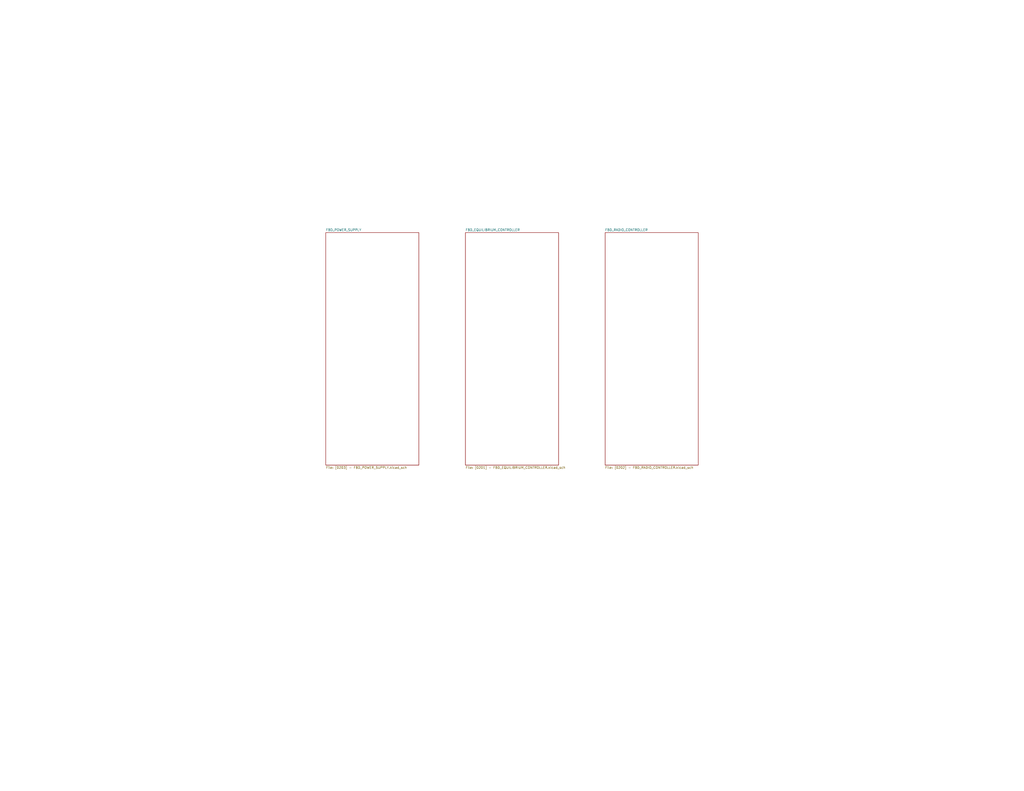
<source format=kicad_sch>
(kicad_sch
	(version 20231120)
	(generator "eeschema")
	(generator_version "8.0")
	(uuid "dedfd423-4127-4b85-a626-9642be4051ee")
	(paper "C")
	(lib_symbols)
	(sheet
		(at 330.2 127)
		(size 50.8 127)
		(fields_autoplaced yes)
		(stroke
			(width 0.1524)
			(type solid)
		)
		(fill
			(color 0 0 0 0.0000)
		)
		(uuid "1256c5bb-e8c7-4f91-bd93-9e8bceee916b")
		(property "Sheetname" "FBD_RADIO_CONTROLLER"
			(at 330.2 126.2884 0)
			(effects
				(font
					(size 1.27 1.27)
				)
				(justify left bottom)
			)
		)
		(property "Sheetfile" "[0202] - FBD_RADIO_CONTROLLER.kicad_sch"
			(at 330.2 254.5846 0)
			(effects
				(font
					(size 1.27 1.27)
				)
				(justify left top)
			)
		)
		(instances
			(project "_Sub_HW_DroneController"
				(path "/4d22124a-a3fe-48e2-9e5e-0fff5a9447cc/a358895d-c191-425d-bcaa-0bda3b821399"
					(page "4")
				)
			)
		)
	)
	(sheet
		(at 254 127)
		(size 50.8 127)
		(fields_autoplaced yes)
		(stroke
			(width 0.1524)
			(type solid)
		)
		(fill
			(color 0 0 0 0.0000)
		)
		(uuid "20b3fc72-447d-4823-882b-0411179c70ff")
		(property "Sheetname" "FBD_EQUILIBRIUM_CONTROLLER"
			(at 254 126.2884 0)
			(effects
				(font
					(size 1.27 1.27)
				)
				(justify left bottom)
			)
		)
		(property "Sheetfile" "[0201] - FBD_EQUILIBRIUM_CONTROLLER.kicad_sch"
			(at 254 254.5846 0)
			(effects
				(font
					(size 1.27 1.27)
				)
				(justify left top)
			)
		)
		(instances
			(project "_Sub_HW_DroneController"
				(path "/4d22124a-a3fe-48e2-9e5e-0fff5a9447cc/a358895d-c191-425d-bcaa-0bda3b821399"
					(page "3")
				)
			)
		)
	)
	(sheet
		(at 177.8 127)
		(size 50.8 127)
		(fields_autoplaced yes)
		(stroke
			(width 0.1524)
			(type solid)
		)
		(fill
			(color 0 0 0 0.0000)
		)
		(uuid "592e973c-eb95-4da9-9443-611abf070d97")
		(property "Sheetname" "FBD_POWER_SUPPLY"
			(at 177.8 126.2884 0)
			(effects
				(font
					(size 1.27 1.27)
				)
				(justify left bottom)
			)
		)
		(property "Sheetfile" "[0203] - FBD_POWER_SUPPLY.kicad_sch"
			(at 177.8 254.5846 0)
			(effects
				(font
					(size 1.27 1.27)
				)
				(justify left top)
			)
		)
		(instances
			(project "_Sub_HW_DroneController"
				(path "/4d22124a-a3fe-48e2-9e5e-0fff5a9447cc/a358895d-c191-425d-bcaa-0bda3b821399"
					(page "5")
				)
			)
		)
	)
)

</source>
